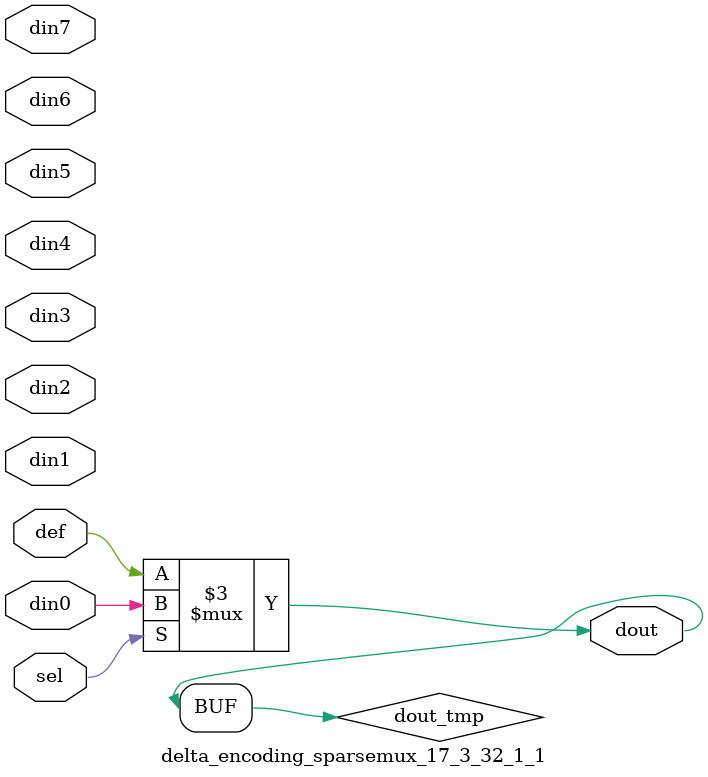
<source format=v>
`timescale 1ns / 1ps

module delta_encoding_sparsemux_17_3_32_1_1 (din0,din1,din2,din3,din4,din5,din6,din7,def,sel,dout);

parameter din0_WIDTH = 1;

parameter din1_WIDTH = 1;

parameter din2_WIDTH = 1;

parameter din3_WIDTH = 1;

parameter din4_WIDTH = 1;

parameter din5_WIDTH = 1;

parameter din6_WIDTH = 1;

parameter din7_WIDTH = 1;

parameter def_WIDTH = 1;
parameter sel_WIDTH = 1;
parameter dout_WIDTH = 1;

parameter [sel_WIDTH-1:0] CASE0 = 1;

parameter [sel_WIDTH-1:0] CASE1 = 1;

parameter [sel_WIDTH-1:0] CASE2 = 1;

parameter [sel_WIDTH-1:0] CASE3 = 1;

parameter [sel_WIDTH-1:0] CASE4 = 1;

parameter [sel_WIDTH-1:0] CASE5 = 1;

parameter [sel_WIDTH-1:0] CASE6 = 1;

parameter [sel_WIDTH-1:0] CASE7 = 1;

parameter ID = 1;
parameter NUM_STAGE = 1;



input [din0_WIDTH-1:0] din0;

input [din1_WIDTH-1:0] din1;

input [din2_WIDTH-1:0] din2;

input [din3_WIDTH-1:0] din3;

input [din4_WIDTH-1:0] din4;

input [din5_WIDTH-1:0] din5;

input [din6_WIDTH-1:0] din6;

input [din7_WIDTH-1:0] din7;

input [def_WIDTH-1:0] def;
input [sel_WIDTH-1:0] sel;

output [dout_WIDTH-1:0] dout;



reg [dout_WIDTH-1:0] dout_tmp;


always @ (*) begin
(* parallel_case *) case (sel)
    
    CASE0 : dout_tmp = din0;
    
    CASE1 : dout_tmp = din1;
    
    CASE2 : dout_tmp = din2;
    
    CASE3 : dout_tmp = din3;
    
    CASE4 : dout_tmp = din4;
    
    CASE5 : dout_tmp = din5;
    
    CASE6 : dout_tmp = din6;
    
    CASE7 : dout_tmp = din7;
    
    default : dout_tmp = def;
endcase
end


assign dout = dout_tmp;



endmodule

</source>
